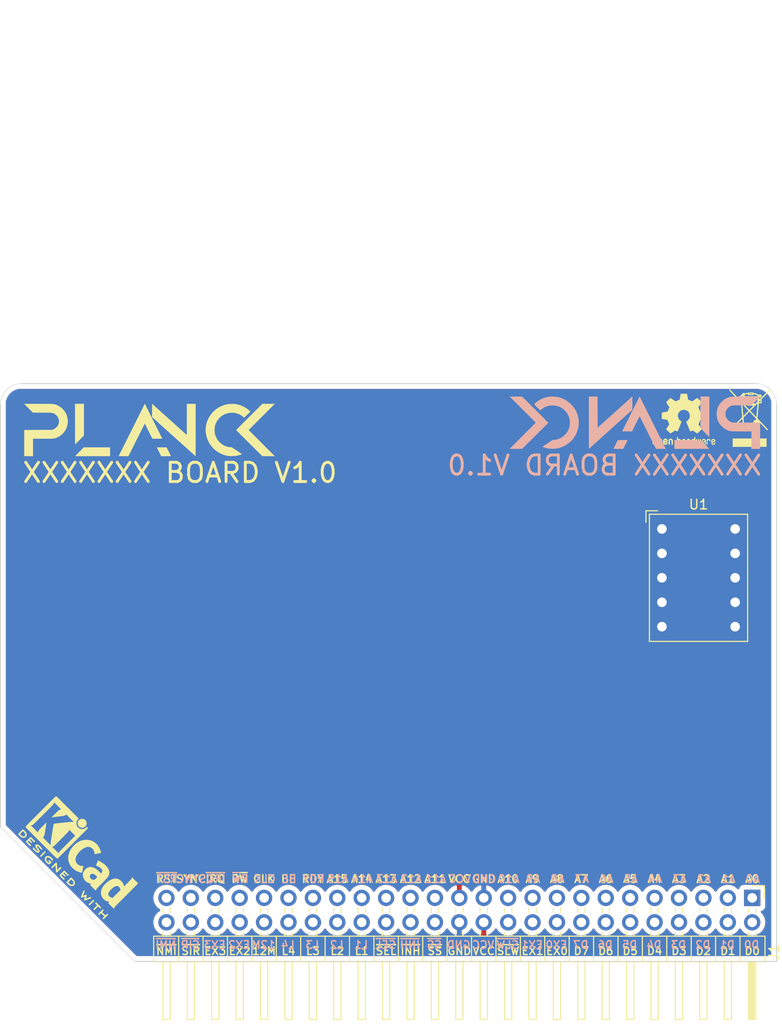
<source format=kicad_pcb>
(kicad_pcb (version 20171130) (host pcbnew "(5.1.10-1-10_14)")
  (layers (0 F.Cu signal) (31 B.Cu signal) (34 B.Paste user) (35 F.Paste user) (36 B.SilkS user) (37 F.SilkS user) (38 B.Mask user) (39 F.Mask user) (44 Edge.Cuts user))
  (net 0 "")
  (net 1 RDY)
  (net 2 A15)
  (net 3 A14)
  (net 4 A13)
  (net 5 A12)
  (net 6 A11)
  (net 7 GND)
  (net 8 +5V)
  (net 9 A10)
  (net 10 A9)
  (net 11 A8)
  (net 12 D7)
  (net 13 A7)
  (net 14 D6)
  (net 15 A6)
  (net 16 D5)
  (net 17 A5)
  (net 18 D4)
  (net 19 A4)
  (net 20 D3)
  (net 21 A3)
  (net 22 D2)
  (net 23 A2)
  (net 24 D1)
  (net 25 A1)
  (net 26 D0)
  (net 27 A0)
  (net 28 CLK)
  (net 29 BE)
  (net 30 SYNC)
  (net 31 EX3)
  (net 32 EX2)
  (net 33 EX1)
  (net 34 EX0)
  (net 35 ~NMI~)
  (net 36 ~RESET~)
  (net 37 ~SLOT_IRQ~)
  (net 38 ~IRQ~)
  (net 39 R~W~)
  (net 40 CLK_12M)
  (net 41 LED4)
  (net 42 LED3)
  (net 43 LED2)
  (net 44 LED1)
  (net 45 ~SLOT_SEL~)
  (net 46 ~INH~)
  (net 47 ~SSEL~)
  (net 48 ~SLOW~)
  (net 49 "Net-(U1-Pad10)")
  (net 50 "Net-(U1-Pad9)")
  (net 51 "Net-(U1-Pad8)")
  (net 52 "Net-(U1-Pad7)")
  (net 53 "Net-(U1-Pad6)")
  (net 54 "Net-(U1-Pad5)")
  (net 55 "Net-(U1-Pad4)")
  (net 56 "Net-(U1-Pad3)")
  (net 57 "Net-(U1-Pad2)")
  (net 58 "Net-(U1-Pad1)")
  (module Display_7Segment:Sx39-1xxxxx (layer F.Cu) (at 68.834 -44.958)
    (fp_text reference U1 (at 3.81 -2.54) (layer F.SilkS))
    (fp_text value SC39-11EWA)
    (pad 10 thru_hole circle (at 7.62 0) (size 1.7 1.7) (drill 1) (layers *.Cu *.Mask) (net 49 "Net-(U1-Pad10)"))
    (pad 9 thru_hole circle (at 7.62 2.54) (size 1.7 1.7) (drill 1) (layers *.Cu *.Mask) (net 50 "Net-(U1-Pad9)"))
    (pad 8 thru_hole circle (at 7.62 5.08) (size 1.7 1.7) (drill 1) (layers *.Cu *.Mask) (net 51 "Net-(U1-Pad8)"))
    (pad 7 thru_hole circle (at 7.62 7.62) (size 1.7 1.7) (drill 1) (layers *.Cu *.Mask) (net 52 "Net-(U1-Pad7)"))
    (pad 6 thru_hole circle (at 7.62 10.16) (size 1.7 1.7) (drill 1) (layers *.Cu *.Mask) (net 53 "Net-(U1-Pad6)"))
    (pad 5 thru_hole circle (at 0 10.16) (size 1.7 1.7) (drill 1) (layers *.Cu *.Mask) (net 54 "Net-(U1-Pad5)"))
    (pad 4 thru_hole circle (at 0 7.62) (size 1.7 1.7) (drill 1) (layers *.Cu *.Mask) (net 55 "Net-(U1-Pad4)"))
    (pad 3 thru_hole circle (at 0 5.08) (size 1.7 1.7) (drill 1) (layers *.Cu *.Mask) (net 56 "Net-(U1-Pad3)"))
    (pad 2 thru_hole circle (at 0 2.54) (size 1.7 1.7) (drill 1) (layers *.Cu *.Mask) (net 57 "Net-(U1-Pad2)"))
    (pad 1 thru_hole rect (at 0 0) (size 1.7 1.7) (drill 1) (layers *.Cu *.Mask) (net 58 "Net-(U1-Pad1)"))
  )
  (module logo:logo (layer B.Cu) (at 66.04 -56.007 180)
    (fp_text reference G*** hide)
    (fp_text value LOGO hide)
  )
  (module Symbol:OSHW-Logo2_7.3x6mm_SilkScreen (layer F.Cu) (at 71.12 -56.261)
    (fp_text reference REF** hide)
    (fp_text value OSHW-Logo2_7.3x6mm_SilkScreen hide)
  )
  (module Symbol:WEEE-Logo_4.2x6mm_SilkScreen (layer F.Cu) (at 77.978 -56.515)
    (fp_text reference REF** hide)
    (fp_text value WEEE-Logo_4.2x6mm_SilkScreen hide)
  )
  (module Symbol:KiCad-Logo2_5mm_SilkScreen (layer F.Cu) (at 8.382 -10.922 315)
    (fp_text reference REF** hide)
    (fp_text value KiCad-Logo2_5mm_SilkScreen hide)
  )
  (module logo:logo (layer F.Cu) (at 15.494 -55.245)
    (fp_text reference G*** hide)
    (fp_text value LOGO hide)
  )
  (module Connector_PinHeader_2.54mm:PinHeader_2x25_P2.54mm_Horizontal (layer F.Cu) (at 78.232 -6.604 270)
    (fp_text reference J1 (at 5.655 -2.27 90) (layer F.SilkS))
    (fp_text value Conn_01x40)
    (pad 50 thru_hole oval (at 2.54 60.96 270) (size 1.7 1.7) (drill 1) (layers *.Cu *.Mask) (net 35 ~NMI~))
    (pad 49 thru_hole oval (at 0 60.96 270) (size 1.7 1.7) (drill 1) (layers *.Cu *.Mask) (net 36 ~RESET~))
    (pad 48 thru_hole oval (at 2.54 58.42 270) (size 1.7 1.7) (drill 1) (layers *.Cu *.Mask) (net 37 ~SLOT_IRQ~))
    (pad 47 thru_hole oval (at 0 58.42 270) (size 1.7 1.7) (drill 1) (layers *.Cu *.Mask) (net 30 SYNC))
    (pad 46 thru_hole oval (at 2.54 55.88 270) (size 1.7 1.7) (drill 1) (layers *.Cu *.Mask) (net 31 EX3))
    (pad 45 thru_hole oval (at 0 55.88 270) (size 1.7 1.7) (drill 1) (layers *.Cu *.Mask) (net 38 ~IRQ~))
    (pad 44 thru_hole oval (at 2.54 53.34 270) (size 1.7 1.7) (drill 1) (layers *.Cu *.Mask) (net 32 EX2))
    (pad 43 thru_hole oval (at 0 53.34 270) (size 1.7 1.7) (drill 1) (layers *.Cu *.Mask) (net 39 R~W~))
    (pad 42 thru_hole oval (at 2.54 50.8 270) (size 1.7 1.7) (drill 1) (layers *.Cu *.Mask) (net 40 CLK_12M))
    (pad 41 thru_hole oval (at 0 50.8 270) (size 1.7 1.7) (drill 1) (layers *.Cu *.Mask) (net 28 CLK))
    (pad 40 thru_hole oval (at 2.54 48.26 270) (size 1.7 1.7) (drill 1) (layers *.Cu *.Mask) (net 41 LED4))
    (pad 39 thru_hole oval (at 0 48.26 270) (size 1.7 1.7) (drill 1) (layers *.Cu *.Mask) (net 29 BE))
    (pad 38 thru_hole oval (at 2.54 45.72 270) (size 1.7 1.7) (drill 1) (layers *.Cu *.Mask) (net 42 LED3))
    (pad 37 thru_hole oval (at 0 45.72 270) (size 1.7 1.7) (drill 1) (layers *.Cu *.Mask) (net 1 RDY))
    (pad 36 thru_hole oval (at 2.54 43.18 270) (size 1.7 1.7) (drill 1) (layers *.Cu *.Mask) (net 43 LED2))
    (pad 35 thru_hole oval (at 0 43.18 270) (size 1.7 1.7) (drill 1) (layers *.Cu *.Mask) (net 2 A15))
    (pad 34 thru_hole oval (at 2.54 40.64 270) (size 1.7 1.7) (drill 1) (layers *.Cu *.Mask) (net 44 LED1))
    (pad 33 thru_hole oval (at 0 40.64 270) (size 1.7 1.7) (drill 1) (layers *.Cu *.Mask) (net 3 A14))
    (pad 32 thru_hole oval (at 2.54 38.1 270) (size 1.7 1.7) (drill 1) (layers *.Cu *.Mask) (net 45 ~SLOT_SEL~))
    (pad 31 thru_hole oval (at 0 38.1 270) (size 1.7 1.7) (drill 1) (layers *.Cu *.Mask) (net 4 A13))
    (pad 30 thru_hole oval (at 2.54 35.56 270) (size 1.7 1.7) (drill 1) (layers *.Cu *.Mask) (net 46 ~INH~))
    (pad 29 thru_hole oval (at 0 35.56 270) (size 1.7 1.7) (drill 1) (layers *.Cu *.Mask) (net 5 A12))
    (pad 28 thru_hole oval (at 2.54 33.02 270) (size 1.7 1.7) (drill 1) (layers *.Cu *.Mask) (net 47 ~SSEL~))
    (pad 27 thru_hole oval (at 0 33.02 270) (size 1.7 1.7) (drill 1) (layers *.Cu *.Mask) (net 6 A11))
    (pad 26 thru_hole oval (at 2.54 30.48 270) (size 1.7 1.7) (drill 1) (layers *.Cu *.Mask) (net 7 GND))
    (pad 25 thru_hole oval (at 0 30.48 270) (size 1.7 1.7) (drill 1) (layers *.Cu *.Mask) (net 8 +5V))
    (pad 24 thru_hole oval (at 2.54 27.94 270) (size 1.7 1.7) (drill 1) (layers *.Cu *.Mask) (net 8 +5V))
    (pad 23 thru_hole oval (at 0 27.94 270) (size 1.7 1.7) (drill 1) (layers *.Cu *.Mask) (net 7 GND))
    (pad 22 thru_hole oval (at 2.54 25.4 270) (size 1.7 1.7) (drill 1) (layers *.Cu *.Mask) (net 48 ~SLOW~))
    (pad 21 thru_hole oval (at 0 25.4 270) (size 1.7 1.7) (drill 1) (layers *.Cu *.Mask) (net 9 A10))
    (pad 20 thru_hole oval (at 2.54 22.86 270) (size 1.7 1.7) (drill 1) (layers *.Cu *.Mask) (net 33 EX1))
    (pad 19 thru_hole oval (at 0 22.86 270) (size 1.7 1.7) (drill 1) (layers *.Cu *.Mask) (net 10 A9))
    (pad 18 thru_hole oval (at 2.54 20.32 270) (size 1.7 1.7) (drill 1) (layers *.Cu *.Mask) (net 34 EX0))
    (pad 17 thru_hole oval (at 0 20.32 270) (size 1.7 1.7) (drill 1) (layers *.Cu *.Mask) (net 11 A8))
    (pad 16 thru_hole oval (at 2.54 17.78 270) (size 1.7 1.7) (drill 1) (layers *.Cu *.Mask) (net 12 D7))
    (pad 15 thru_hole oval (at 0 17.78 270) (size 1.7 1.7) (drill 1) (layers *.Cu *.Mask) (net 13 A7))
    (pad 14 thru_hole oval (at 2.54 15.24 270) (size 1.7 1.7) (drill 1) (layers *.Cu *.Mask) (net 14 D6))
    (pad 13 thru_hole oval (at 0 15.24 270) (size 1.7 1.7) (drill 1) (layers *.Cu *.Mask) (net 15 A6))
    (pad 12 thru_hole oval (at 2.54 12.7 270) (size 1.7 1.7) (drill 1) (layers *.Cu *.Mask) (net 16 D5))
    (pad 11 thru_hole oval (at 0 12.7 270) (size 1.7 1.7) (drill 1) (layers *.Cu *.Mask) (net 17 A5))
    (pad 10 thru_hole oval (at 2.54 10.16 270) (size 1.7 1.7) (drill 1) (layers *.Cu *.Mask) (net 18 D4))
    (pad 9 thru_hole oval (at 0 10.16 270) (size 1.7 1.7) (drill 1) (layers *.Cu *.Mask) (net 19 A4))
    (pad 8 thru_hole oval (at 2.54 7.62 270) (size 1.7 1.7) (drill 1) (layers *.Cu *.Mask) (net 20 D3))
    (pad 7 thru_hole oval (at 0 7.62 270) (size 1.7 1.7) (drill 1) (layers *.Cu *.Mask) (net 21 A3))
    (pad 6 thru_hole oval (at 2.54 5.08 270) (size 1.7 1.7) (drill 1) (layers *.Cu *.Mask) (net 22 D2))
    (pad 5 thru_hole oval (at 0 5.08 270) (size 1.7 1.7) (drill 1) (layers *.Cu *.Mask) (net 23 A2))
    (pad 4 thru_hole oval (at 2.54 2.54 270) (size 1.7 1.7) (drill 1) (layers *.Cu *.Mask) (net 24 D1))
    (pad 3 thru_hole oval (at 0 2.54 270) (size 1.7 1.7) (drill 1) (layers *.Cu *.Mask) (net 25 A1))
    (pad 2 thru_hole oval (at 2.54 0 270) (size 1.7 1.7) (drill 1) (layers *.Cu *.Mask) (net 26 D0))
    (pad 1 thru_hole rect (at 0 0 270) (size 1.7 1.7) (drill 1) (layers *.Cu *.Mask) (net 27 A0))
  )
  (gr_text D6 (at 62.992 -1.0795) (layer F.SilkS) (effects (font (size 0.8 0.8))))
  (gr_text SYNC (at 19.8755 -8.5725) (layer B.SilkS) (effects (font (size 0.8 0.8)) (justify mirror)))
  (gr_text D5 (at 65.532 -1.0795) (layer F.SilkS) (effects (font (size 0.8 0.8))))
  (gr_text A6 (at 63.0555 -8.5725) (layer B.SilkS) (effects (font (size 0.8 0.8)) (justify mirror)))
  (gr_text D4 (at 68.072 -1.0795) (layer F.SilkS) (effects (font (size 0.8 0.8))))
  (gr_text BE (at 30.0355 -8.5725) (layer B.SilkS) (effects (font (size 0.8 0.8)) (justify mirror)))
  (gr_text D3 (at 70.612 -1.0795) (layer F.SilkS) (effects (font (size 0.8 0.8))))
  (gr_text ~NMI~ (at 17.2085 -1.7145) (layer B.SilkS) (effects (font (size 0.8 0.8)) (justify mirror)))
  (gr_text D2 (at 73.152 -1.0795) (layer F.SilkS) (effects (font (size 0.8 0.8))))
  (gr_text ~SIR~ (at 19.7485 -1.7145) (layer B.SilkS) (effects (font (size 0.8 0.8)) (justify mirror)))
  (gr_text D1 (at 75.692 -1.0795) (layer F.SilkS) (effects (font (size 0.8 0.8))))
  (gr_text EX2 (at 24.8285 -1.7145) (layer B.SilkS) (effects (font (size 0.8 0.8)) (justify mirror)))
  (gr_text D0 (at 78.232 -1.0795) (layer F.SilkS) (effects (font (size 0.8 0.8))))
  (gr_text ~INH~ (at 42.6085 -1.7145) (layer B.SilkS) (effects (font (size 0.8 0.8)) (justify mirror)))
  (gr_text ~RST~ (at 17.272 -8.5725) (layer F.SilkS) (effects (font (size 0.8 0.8))))
  (gr_text ~SEL~ (at 40.0685 -1.7145) (layer B.SilkS) (effects (font (size 0.8 0.8)) (justify mirror)))
  (gr_text SYNC (at 19.812 -8.5725) (layer F.SilkS) (effects (font (size 0.8 0.8))))
  (gr_text 12M (at 27.3685 -1.7145) (layer B.SilkS) (effects (font (size 0.8 0.8)) (justify mirror)))
  (gr_text L1 (at 37.5285 -1.7145) (layer B.SilkS) (effects (font (size 0.8 0.8)) (justify mirror)))
  (gr_text L3 (at 32.4485 -1.7145) (layer B.SilkS) (effects (font (size 0.8 0.8)) (justify mirror)))
  (gr_text ~IRQ~ (at 22.352 -8.5725) (layer F.SilkS) (effects (font (size 0.8 0.8))))
  (gr_text EX3 (at 22.2885 -1.7145) (layer B.SilkS) (effects (font (size 0.8 0.8)) (justify mirror)))
  (gr_text R~W~ (at 24.892 -8.5725) (layer F.SilkS) (effects (font (size 0.8 0.8))))
  (gr_text L4 (at 29.9085 -1.7145) (layer B.SilkS) (effects (font (size 0.8 0.8)) (justify mirror)))
  (gr_text L2 (at 34.9885 -1.7145) (layer B.SilkS) (effects (font (size 0.8 0.8)) (justify mirror)))
  (gr_text D4 (at 68.0085 -1.7145) (layer B.SilkS) (effects (font (size 0.8 0.8)) (justify mirror)))
  (gr_text ~SLW~ (at 52.7685 -1.7145) (layer B.SilkS) (effects (font (size 0.8 0.8)) (justify mirror)))
  (gr_text CLK (at 27.432 -8.5725) (layer F.SilkS) (effects (font (size 0.8 0.8))))
  (gr_text D5 (at 65.4685 -1.7145) (layer B.SilkS) (effects (font (size 0.8 0.8)) (justify mirror)))
  (gr_text BE (at 29.972 -8.5725) (layer F.SilkS) (effects (font (size 0.8 0.8))))
  (gr_text EX1 (at 55.3085 -1.7145) (layer B.SilkS) (effects (font (size 0.8 0.8)) (justify mirror)))
  (gr_text RDY (at 32.512 -8.5725) (layer F.SilkS) (effects (font (size 0.8 0.8))))
  (gr_text D6 (at 62.9285 -1.7145) (layer B.SilkS) (effects (font (size 0.8 0.8)) (justify mirror)))
  (gr_text A15 (at 35.052 -8.5725) (layer F.SilkS) (effects (font (size 0.8 0.8))))
  (gr_text EX0 (at 57.8485 -1.7145) (layer B.SilkS) (effects (font (size 0.8 0.8)) (justify mirror)))
  (gr_text D7 (at 60.3885 -1.7145) (layer B.SilkS) (effects (font (size 0.8 0.8)) (justify mirror)))
  (gr_text VCC (at 50.2285 -1.7145) (layer B.SilkS) (effects (font (size 0.8 0.8)) (justify mirror)))
  (gr_text D3 (at 70.5485 -1.7145) (layer B.SilkS) (effects (font (size 0.8 0.8)) (justify mirror)))
  (gr_text GND (at 47.6885 -1.7145) (layer B.SilkS) (effects (font (size 0.8 0.8)) (justify mirror)))
  (gr_text D2 (at 73.0885 -1.7145) (layer B.SilkS) (effects (font (size 0.8 0.8)) (justify mirror)))
  (gr_text RDY (at 32.5755 -8.5725) (layer B.SilkS) (effects (font (size 0.8 0.8)) (justify mirror)))
  (gr_text A15 (at 35.1155 -8.5725) (layer B.SilkS) (effects (font (size 0.8 0.8)) (justify mirror)))
  (gr_text ~IRQ~ (at 22.4155 -8.5725) (layer B.SilkS) (effects (font (size 0.8 0.8)) (justify mirror)))
  (gr_text A12 (at 42.7355 -8.5725) (layer B.SilkS) (effects (font (size 0.8 0.8)) (justify mirror)))
  (gr_text A11 (at 45.2755 -8.5725) (layer B.SilkS) (effects (font (size 0.8 0.8)) (justify mirror)))
  (gr_text VCC (at 47.8155 -8.5725) (layer B.SilkS) (effects (font (size 0.8 0.8)) (justify mirror)))
  (gr_text A3 (at 70.6755 -8.5725) (layer B.SilkS) (effects (font (size 0.8 0.8)) (justify mirror)))
  (gr_text GND (at 50.3555 -8.5725) (layer B.SilkS) (effects (font (size 0.8 0.8)) (justify mirror)))
  (gr_text ~SS~ (at 45.1485 -1.7145) (layer B.SilkS) (effects (font (size 0.8 0.8)) (justify mirror)))
  (gr_text A14 (at 37.592 -8.5725) (layer F.SilkS) (effects (font (size 0.8 0.8))))
  (gr_text D1 (at 75.6285 -1.7145) (layer B.SilkS) (effects (font (size 0.8 0.8)) (justify mirror)))
  (gr_text A13 (at 40.132 -8.5725) (layer F.SilkS) (effects (font (size 0.8 0.8))))
  (gr_text D0 (at 78.1685 -1.7145) (layer B.SilkS) (effects (font (size 0.8 0.8)) (justify mirror)))
  (gr_text A12 (at 42.672 -8.5725) (layer F.SilkS) (effects (font (size 0.8 0.8))))
  (gr_text A0 (at 78.232 -8.5725) (layer F.SilkS) (effects (font (size 0.8 0.8))))
  (gr_text A11 (at 45.212 -8.5725) (layer F.SilkS) (effects (font (size 0.8 0.8))))
  (gr_text A1 (at 75.692 -8.5725) (layer F.SilkS) (effects (font (size 0.8 0.8))))
  (gr_text VCC (at 47.752 -8.5725) (layer F.SilkS) (effects (font (size 0.8 0.8))))
  (gr_text A2 (at 73.152 -8.5725) (layer F.SilkS) (effects (font (size 0.8 0.8))))
  (gr_text GND (at 50.292 -8.5725) (layer F.SilkS) (effects (font (size 0.8 0.8))))
  (gr_text A3 (at 70.612 -8.5725) (layer F.SilkS) (effects (font (size 0.8 0.8))))
  (gr_text A10 (at 52.832 -8.5725) (layer F.SilkS) (effects (font (size 0.8 0.8))))
  (gr_text A4 (at 68.072 -8.5725) (layer F.SilkS) (effects (font (size 0.8 0.8))))
  (gr_text A9 (at 55.372 -8.5725) (layer F.SilkS) (effects (font (size 0.8 0.8))))
  (gr_text A5 (at 65.532 -8.5725) (layer F.SilkS) (effects (font (size 0.8 0.8))))
  (gr_text A8 (at 57.912 -8.5725) (layer F.SilkS) (effects (font (size 0.8 0.8))))
  (gr_text A6 (at 62.992 -8.5725) (layer F.SilkS) (effects (font (size 0.8 0.8))))
  (gr_text A7 (at 60.452 -8.5725) (layer F.SilkS) (effects (font (size 0.8 0.8))))
  (gr_text ~NMI~ (at 17.272 -1.0795) (layer F.SilkS) (effects (font (size 0.8 0.8))))
  (gr_text A9 (at 55.4355 -8.5725) (layer B.SilkS) (effects (font (size 0.8 0.8)) (justify mirror)))
  (gr_text A13 (at 40.1955 -8.5725) (layer B.SilkS) (effects (font (size 0.8 0.8)) (justify mirror)))
  (gr_text A14 (at 37.6555 -8.5725) (layer B.SilkS) (effects (font (size 0.8 0.8)) (justify mirror)))
  (gr_text A1 (at 75.7555 -8.5725) (layer B.SilkS) (effects (font (size 0.8 0.8)) (justify mirror)))
  (gr_text A0 (at 78.2955 -8.5725) (layer B.SilkS) (effects (font (size 0.8 0.8)) (justify mirror)))
  (gr_text A2 (at 73.2155 -8.5725) (layer B.SilkS) (effects (font (size 0.8 0.8)) (justify mirror)))
  (gr_text A4 (at 68.1355 -8.5725) (layer B.SilkS) (effects (font (size 0.8 0.8)) (justify mirror)))
  (gr_text A5 (at 65.5955 -8.5725) (layer B.SilkS) (effects (font (size 0.8 0.8)) (justify mirror)))
  (gr_text A10 (at 52.8955 -8.5725) (layer B.SilkS) (effects (font (size 0.8 0.8)) (justify mirror)))
  (gr_text A7 (at 60.5155 -8.5725) (layer B.SilkS) (effects (font (size 0.8 0.8)) (justify mirror)))
  (gr_text CLK (at 27.4955 -8.5725) (layer B.SilkS) (effects (font (size 0.8 0.8)) (justify mirror)))
  (gr_text R~W~ (at 24.9555 -8.5725) (layer B.SilkS) (effects (font (size 0.8 0.8)) (justify mirror)))
  (gr_text ~RST~ (at 17.3355 -8.5725) (layer B.SilkS) (effects (font (size 0.8 0.8)) (justify mirror)))
  (gr_text A8 (at 57.9755 -8.5725) (layer B.SilkS) (effects (font (size 0.8 0.8)) (justify mirror)))
  (gr_text VCC (at 50.292 -1.0795) (layer F.SilkS) (effects (font (size 0.8 0.8))))
  (gr_text ~SLW~ (at 52.832 -1.0795) (layer F.SilkS) (effects (font (size 0.8 0.8))))
  (gr_text GND (at 47.752 -1.0795) (layer F.SilkS) (effects (font (size 0.8 0.8))))
  (gr_text EX1 (at 55.372 -1.0795) (layer F.SilkS) (effects (font (size 0.8 0.8))))
  (gr_text ~SS~ (at 45.212 -1.0795) (layer F.SilkS) (effects (font (size 0.8 0.8))))
  (gr_text EX0 (at 57.912 -1.0795) (layer F.SilkS) (effects (font (size 0.8 0.8))))
  (gr_text ~INH~ (at 42.672 -1.0795) (layer F.SilkS) (effects (font (size 0.8 0.8))))
  (gr_text D7 (at 60.452 -1.0795) (layer F.SilkS) (effects (font (size 0.8 0.8))))
  (gr_text 12M (at 27.432 -1.0795) (layer F.SilkS) (effects (font (size 0.8 0.8))))
  (gr_text EX2 (at 24.892 -1.0795) (layer F.SilkS) (effects (font (size 0.8 0.8))))
  (gr_text L3 (at 32.512 -1.0795) (layer F.SilkS) (effects (font (size 0.8 0.8))))
  (gr_text L4 (at 29.972 -1.0795) (layer F.SilkS) (effects (font (size 0.8 0.8))))
  (gr_text L1 (at 37.592 -1.0795) (layer F.SilkS) (effects (font (size 0.8 0.8))))
  (gr_text L2 (at 35.052 -1.0795) (layer F.SilkS) (effects (font (size 0.8 0.8))))
  (gr_text ~SEL~ (at 40.132 -1.0795) (layer F.SilkS) (effects (font (size 0.8 0.8))))
  (gr_text ~SIR~ (at 19.812 -1.0795) (layer F.SilkS) (effects (font (size 0.8 0.8))))
  (gr_text EX3 (at 22.352 -1.0795) (layer F.SilkS) (effects (font (size 0.8 0.8))))
  (gr_arc (start 2.159 -57.912) (end 2.159 -60.071) (angle -90) (layer Edge.Cuts) (width 0.05))
  (gr_arc (start 78.613 -57.912) (end 80.772 -57.912) (angle -90) (layer Edge.Cuts) (width 0.05))
  (gr_text "XXXXXXX BOARD V1.0" (at 62.865 -51.562) (layer B.SilkS) (effects (font (size 2 2) (thickness 0.3)) (justify mirror)))
  (gr_line (start 13.97 0) (end 0 -13.97) (layer Edge.Cuts) (width 0.05))
  (gr_text "XXXXXXX BOARD V1.0" (at 18.669 -50.8) (layer F.SilkS) (effects (font (size 2 2) (thickness 0.3))))
  (gr_line (start 2.159 -60.071) (end 78.613 -60.071) (layer Edge.Cuts) (width 0.1))
  (gr_line (start 0 -13.97) (end 0 -57.912) (layer Edge.Cuts) (width 0.1))
  (gr_line (start 80.772 0) (end 13.97 0) (layer Edge.Cuts) (width 0.1))
  (gr_line (start 80.772 -57.912) (end 80.772 0) (layer Edge.Cuts) (width 0.1))
  (zone (net 8) (net_name +5V) (layer F.Cu) (connect_pads (clearance 0.508)) (min_thickness 0.254) (fill yes (arc_segments 32) (thermal_gap 0.508) (thermal_bridge_width 0.508))
    (polygon (pts (xy 80.772 -99.949) (xy 80.772 0) (xy 0 0) (xy 0 -99.949)))
  )
  (zone (net 7) (net_name GND) (layer B.Cu) (connect_pads (clearance 0.508)) (min_thickness 0.254) (fill yes (arc_segments 32) (thermal_gap 0.508) (thermal_bridge_width 0.508))
    (polygon (pts (xy 80.772 -99.949) (xy 80.772 0) (xy 0 0) (xy 0 -99.949)))
  )
)
</source>
